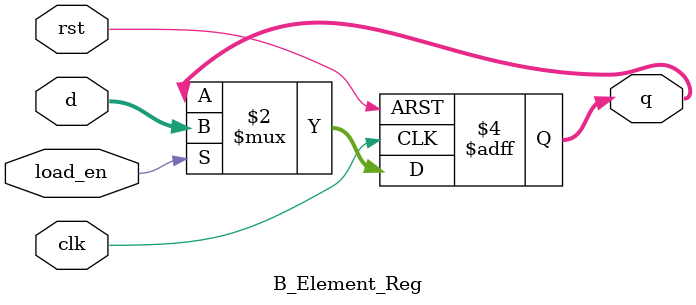
<source format=v>
module B_Element_Reg (
    input wire clk,
    input wire rst,
    input wire load_en,  
    input wire [15:0] d,  
    output reg [15:0] q    
);


    always @(posedge clk or posedge rst) begin
        if (rst) begin
            q <= 16'b0;
        end else if (load_en) begin
            q <= d;
        end
        
    end

endmodule
</source>
